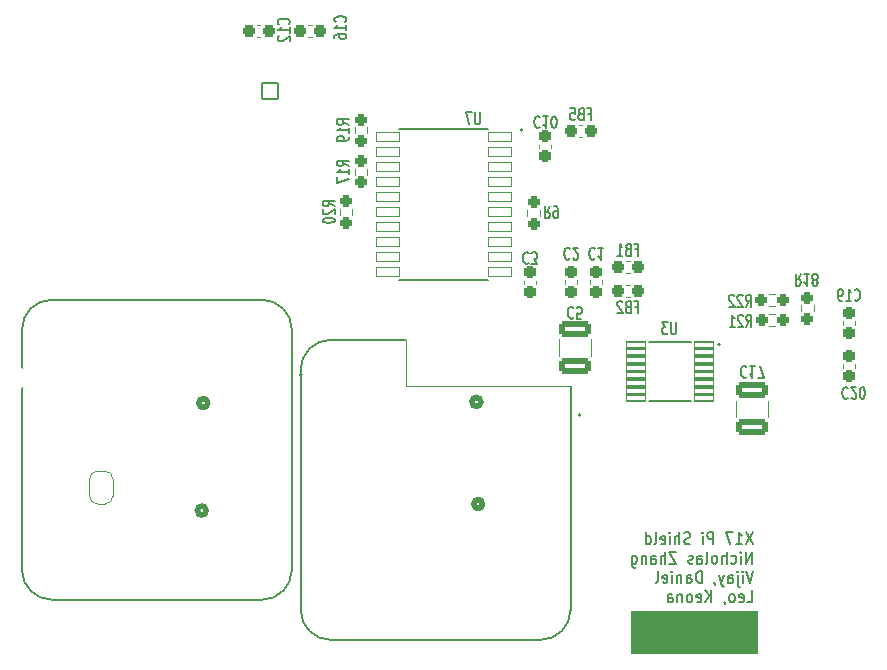
<source format=gbo>
%TF.GenerationSoftware,KiCad,Pcbnew,8.0.4*%
%TF.CreationDate,2025-01-10T13:29:25-08:00*%
%TF.ProjectId,X17_Pi_Shield,5831375f-5069-45f5-9368-69656c642e6b,rev?*%
%TF.SameCoordinates,Original*%
%TF.FileFunction,Legend,Bot*%
%TF.FilePolarity,Positive*%
%FSLAX46Y46*%
G04 Gerber Fmt 4.6, Leading zero omitted, Abs format (unit mm)*
G04 Created by KiCad (PCBNEW 8.0.4) date 2025-01-10 13:29:25*
%MOMM*%
%LPD*%
G01*
G04 APERTURE LIST*
G04 Aperture macros list*
%AMRoundRect*
0 Rectangle with rounded corners*
0 $1 Rounding radius*
0 $2 $3 $4 $5 $6 $7 $8 $9 X,Y pos of 4 corners*
0 Add a 4 corners polygon primitive as box body*
4,1,4,$2,$3,$4,$5,$6,$7,$8,$9,$2,$3,0*
0 Add four circle primitives for the rounded corners*
1,1,$1+$1,$2,$3*
1,1,$1+$1,$4,$5*
1,1,$1+$1,$6,$7*
1,1,$1+$1,$8,$9*
0 Add four rect primitives between the rounded corners*
20,1,$1+$1,$2,$3,$4,$5,0*
20,1,$1+$1,$4,$5,$6,$7,0*
20,1,$1+$1,$6,$7,$8,$9,0*
20,1,$1+$1,$8,$9,$2,$3,0*%
%AMFreePoly0*
4,1,19,0.500000,-0.750000,0.000000,-0.750000,0.000000,-0.744911,-0.071157,-0.744911,-0.207708,-0.704816,-0.327430,-0.627875,-0.420627,-0.520320,-0.479746,-0.390866,-0.500000,-0.250000,-0.500000,0.250000,-0.479746,0.390866,-0.420627,0.520320,-0.327430,0.627875,-0.207708,0.704816,-0.071157,0.744911,0.000000,0.744911,0.000000,0.750000,0.500000,0.750000,0.500000,-0.750000,0.500000,-0.750000,
$1*%
%AMFreePoly1*
4,1,19,0.000000,0.744911,0.071157,0.744911,0.207708,0.704816,0.327430,0.627875,0.420627,0.520320,0.479746,0.390866,0.500000,0.250000,0.500000,-0.250000,0.479746,-0.390866,0.420627,-0.520320,0.327430,-0.627875,0.207708,-0.704816,0.071157,-0.744911,0.000000,-0.744911,0.000000,-0.750000,-0.500000,-0.750000,-0.500000,0.750000,0.000000,0.750000,0.000000,0.744911,0.000000,0.744911,
$1*%
G04 Aperture macros list end*
%ADD10C,0.100000*%
%ADD11C,0.153162*%
%ADD12C,0.508000*%
%ADD13C,0.120000*%
%ADD14C,0.127000*%
%ADD15C,0.200000*%
%ADD16R,1.700000X1.700000*%
%ADD17O,1.700000X1.700000*%
%ADD18C,1.020000*%
%ADD19R,1.520000X1.520000*%
%ADD20C,1.520000*%
%ADD21O,2.404000X1.204000*%
%ADD22O,2.004000X1.204000*%
%ADD23RoundRect,0.102000X-0.685000X-0.685000X0.685000X-0.685000X0.685000X0.685000X-0.685000X0.685000X0*%
%ADD24C,1.574000*%
%ADD25C,2.700000*%
%ADD26RoundRect,0.237500X0.250000X0.237500X-0.250000X0.237500X-0.250000X-0.237500X0.250000X-0.237500X0*%
%ADD27RoundRect,0.237500X0.300000X0.237500X-0.300000X0.237500X-0.300000X-0.237500X0.300000X-0.237500X0*%
%ADD28RoundRect,0.237500X-0.250000X-0.237500X0.250000X-0.237500X0.250000X0.237500X-0.250000X0.237500X0*%
%ADD29RoundRect,0.250000X-1.100000X0.412500X-1.100000X-0.412500X1.100000X-0.412500X1.100000X0.412500X0*%
%ADD30C,1.982000*%
%ADD31RoundRect,0.237500X0.237500X-0.250000X0.237500X0.250000X-0.237500X0.250000X-0.237500X-0.250000X0*%
%ADD32RoundRect,0.237500X-0.237500X0.250000X-0.237500X-0.250000X0.237500X-0.250000X0.237500X0.250000X0*%
%ADD33RoundRect,0.076750X0.810250X0.230250X-0.810250X0.230250X-0.810250X-0.230250X0.810250X-0.230250X0*%
%ADD34RoundRect,0.237500X-0.237500X0.300000X-0.237500X-0.300000X0.237500X-0.300000X0.237500X0.300000X0*%
%ADD35FreePoly0,270.000000*%
%ADD36FreePoly1,270.000000*%
%ADD37RoundRect,0.237500X-0.300000X-0.237500X0.300000X-0.237500X0.300000X0.237500X-0.300000X0.237500X0*%
%ADD38RoundRect,0.237500X0.237500X-0.300000X0.237500X0.300000X-0.237500X0.300000X-0.237500X-0.300000X0*%
%ADD39RoundRect,0.032160X1.004840X0.369840X-1.004840X0.369840X-1.004840X-0.369840X1.004840X-0.369840X0*%
G04 APERTURE END LIST*
D10*
X168750000Y-129100000D02*
X179450000Y-129100000D01*
X179450000Y-132700000D01*
X168750000Y-132700000D01*
X168750000Y-129100000D01*
G36*
X168750000Y-129100000D02*
G01*
X179450000Y-129100000D01*
X179450000Y-132700000D01*
X168750000Y-132700000D01*
X168750000Y-129100000D01*
G37*
D11*
X179070664Y-122444586D02*
X178470664Y-123460586D01*
X178470664Y-122444586D02*
X179070664Y-123460586D01*
X177656378Y-123460586D02*
X178170664Y-123460586D01*
X177913521Y-123460586D02*
X177913521Y-122444586D01*
X177913521Y-122444586D02*
X177999235Y-122589729D01*
X177999235Y-122589729D02*
X178084950Y-122686491D01*
X178084950Y-122686491D02*
X178170664Y-122734872D01*
X177356378Y-122444586D02*
X176756378Y-122444586D01*
X176756378Y-122444586D02*
X177142092Y-123460586D01*
X175727807Y-123460586D02*
X175727807Y-122444586D01*
X175727807Y-122444586D02*
X175384950Y-122444586D01*
X175384950Y-122444586D02*
X175299235Y-122492967D01*
X175299235Y-122492967D02*
X175256378Y-122541348D01*
X175256378Y-122541348D02*
X175213521Y-122638110D01*
X175213521Y-122638110D02*
X175213521Y-122783253D01*
X175213521Y-122783253D02*
X175256378Y-122880015D01*
X175256378Y-122880015D02*
X175299235Y-122928396D01*
X175299235Y-122928396D02*
X175384950Y-122976777D01*
X175384950Y-122976777D02*
X175727807Y-122976777D01*
X174827807Y-123460586D02*
X174827807Y-122783253D01*
X174827807Y-122444586D02*
X174870664Y-122492967D01*
X174870664Y-122492967D02*
X174827807Y-122541348D01*
X174827807Y-122541348D02*
X174784950Y-122492967D01*
X174784950Y-122492967D02*
X174827807Y-122444586D01*
X174827807Y-122444586D02*
X174827807Y-122541348D01*
X173756379Y-123412206D02*
X173627808Y-123460586D01*
X173627808Y-123460586D02*
X173413522Y-123460586D01*
X173413522Y-123460586D02*
X173327808Y-123412206D01*
X173327808Y-123412206D02*
X173284950Y-123363825D01*
X173284950Y-123363825D02*
X173242093Y-123267063D01*
X173242093Y-123267063D02*
X173242093Y-123170301D01*
X173242093Y-123170301D02*
X173284950Y-123073539D01*
X173284950Y-123073539D02*
X173327808Y-123025158D01*
X173327808Y-123025158D02*
X173413522Y-122976777D01*
X173413522Y-122976777D02*
X173584950Y-122928396D01*
X173584950Y-122928396D02*
X173670665Y-122880015D01*
X173670665Y-122880015D02*
X173713522Y-122831634D01*
X173713522Y-122831634D02*
X173756379Y-122734872D01*
X173756379Y-122734872D02*
X173756379Y-122638110D01*
X173756379Y-122638110D02*
X173713522Y-122541348D01*
X173713522Y-122541348D02*
X173670665Y-122492967D01*
X173670665Y-122492967D02*
X173584950Y-122444586D01*
X173584950Y-122444586D02*
X173370665Y-122444586D01*
X173370665Y-122444586D02*
X173242093Y-122492967D01*
X172856379Y-123460586D02*
X172856379Y-122444586D01*
X172470665Y-123460586D02*
X172470665Y-122928396D01*
X172470665Y-122928396D02*
X172513522Y-122831634D01*
X172513522Y-122831634D02*
X172599236Y-122783253D01*
X172599236Y-122783253D02*
X172727807Y-122783253D01*
X172727807Y-122783253D02*
X172813522Y-122831634D01*
X172813522Y-122831634D02*
X172856379Y-122880015D01*
X172042093Y-123460586D02*
X172042093Y-122783253D01*
X172042093Y-122444586D02*
X172084950Y-122492967D01*
X172084950Y-122492967D02*
X172042093Y-122541348D01*
X172042093Y-122541348D02*
X171999236Y-122492967D01*
X171999236Y-122492967D02*
X172042093Y-122444586D01*
X172042093Y-122444586D02*
X172042093Y-122541348D01*
X171270665Y-123412206D02*
X171356379Y-123460586D01*
X171356379Y-123460586D02*
X171527808Y-123460586D01*
X171527808Y-123460586D02*
X171613522Y-123412206D01*
X171613522Y-123412206D02*
X171656379Y-123315444D01*
X171656379Y-123315444D02*
X171656379Y-122928396D01*
X171656379Y-122928396D02*
X171613522Y-122831634D01*
X171613522Y-122831634D02*
X171527808Y-122783253D01*
X171527808Y-122783253D02*
X171356379Y-122783253D01*
X171356379Y-122783253D02*
X171270665Y-122831634D01*
X171270665Y-122831634D02*
X171227808Y-122928396D01*
X171227808Y-122928396D02*
X171227808Y-123025158D01*
X171227808Y-123025158D02*
X171656379Y-123121920D01*
X170713521Y-123460586D02*
X170799236Y-123412206D01*
X170799236Y-123412206D02*
X170842093Y-123315444D01*
X170842093Y-123315444D02*
X170842093Y-122444586D01*
X169984950Y-123460586D02*
X169984950Y-122444586D01*
X169984950Y-123412206D02*
X170070664Y-123460586D01*
X170070664Y-123460586D02*
X170242092Y-123460586D01*
X170242092Y-123460586D02*
X170327807Y-123412206D01*
X170327807Y-123412206D02*
X170370664Y-123363825D01*
X170370664Y-123363825D02*
X170413521Y-123267063D01*
X170413521Y-123267063D02*
X170413521Y-122976777D01*
X170413521Y-122976777D02*
X170370664Y-122880015D01*
X170370664Y-122880015D02*
X170327807Y-122831634D01*
X170327807Y-122831634D02*
X170242092Y-122783253D01*
X170242092Y-122783253D02*
X170070664Y-122783253D01*
X170070664Y-122783253D02*
X169984950Y-122831634D01*
X178984950Y-125096289D02*
X178984950Y-124080289D01*
X178984950Y-124080289D02*
X178470664Y-125096289D01*
X178470664Y-125096289D02*
X178470664Y-124080289D01*
X178042093Y-125096289D02*
X178042093Y-124418956D01*
X178042093Y-124080289D02*
X178084950Y-124128670D01*
X178084950Y-124128670D02*
X178042093Y-124177051D01*
X178042093Y-124177051D02*
X177999236Y-124128670D01*
X177999236Y-124128670D02*
X178042093Y-124080289D01*
X178042093Y-124080289D02*
X178042093Y-124177051D01*
X177227808Y-125047909D02*
X177313522Y-125096289D01*
X177313522Y-125096289D02*
X177484950Y-125096289D01*
X177484950Y-125096289D02*
X177570665Y-125047909D01*
X177570665Y-125047909D02*
X177613522Y-124999528D01*
X177613522Y-124999528D02*
X177656379Y-124902766D01*
X177656379Y-124902766D02*
X177656379Y-124612480D01*
X177656379Y-124612480D02*
X177613522Y-124515718D01*
X177613522Y-124515718D02*
X177570665Y-124467337D01*
X177570665Y-124467337D02*
X177484950Y-124418956D01*
X177484950Y-124418956D02*
X177313522Y-124418956D01*
X177313522Y-124418956D02*
X177227808Y-124467337D01*
X176842093Y-125096289D02*
X176842093Y-124080289D01*
X176456379Y-125096289D02*
X176456379Y-124564099D01*
X176456379Y-124564099D02*
X176499236Y-124467337D01*
X176499236Y-124467337D02*
X176584950Y-124418956D01*
X176584950Y-124418956D02*
X176713521Y-124418956D01*
X176713521Y-124418956D02*
X176799236Y-124467337D01*
X176799236Y-124467337D02*
X176842093Y-124515718D01*
X175899235Y-125096289D02*
X175984950Y-125047909D01*
X175984950Y-125047909D02*
X176027807Y-124999528D01*
X176027807Y-124999528D02*
X176070664Y-124902766D01*
X176070664Y-124902766D02*
X176070664Y-124612480D01*
X176070664Y-124612480D02*
X176027807Y-124515718D01*
X176027807Y-124515718D02*
X175984950Y-124467337D01*
X175984950Y-124467337D02*
X175899235Y-124418956D01*
X175899235Y-124418956D02*
X175770664Y-124418956D01*
X175770664Y-124418956D02*
X175684950Y-124467337D01*
X175684950Y-124467337D02*
X175642093Y-124515718D01*
X175642093Y-124515718D02*
X175599235Y-124612480D01*
X175599235Y-124612480D02*
X175599235Y-124902766D01*
X175599235Y-124902766D02*
X175642093Y-124999528D01*
X175642093Y-124999528D02*
X175684950Y-125047909D01*
X175684950Y-125047909D02*
X175770664Y-125096289D01*
X175770664Y-125096289D02*
X175899235Y-125096289D01*
X175084949Y-125096289D02*
X175170664Y-125047909D01*
X175170664Y-125047909D02*
X175213521Y-124951147D01*
X175213521Y-124951147D02*
X175213521Y-124080289D01*
X174356378Y-125096289D02*
X174356378Y-124564099D01*
X174356378Y-124564099D02*
X174399235Y-124467337D01*
X174399235Y-124467337D02*
X174484949Y-124418956D01*
X174484949Y-124418956D02*
X174656378Y-124418956D01*
X174656378Y-124418956D02*
X174742092Y-124467337D01*
X174356378Y-125047909D02*
X174442092Y-125096289D01*
X174442092Y-125096289D02*
X174656378Y-125096289D01*
X174656378Y-125096289D02*
X174742092Y-125047909D01*
X174742092Y-125047909D02*
X174784949Y-124951147D01*
X174784949Y-124951147D02*
X174784949Y-124854385D01*
X174784949Y-124854385D02*
X174742092Y-124757623D01*
X174742092Y-124757623D02*
X174656378Y-124709242D01*
X174656378Y-124709242D02*
X174442092Y-124709242D01*
X174442092Y-124709242D02*
X174356378Y-124660861D01*
X173970663Y-125047909D02*
X173884949Y-125096289D01*
X173884949Y-125096289D02*
X173713520Y-125096289D01*
X173713520Y-125096289D02*
X173627806Y-125047909D01*
X173627806Y-125047909D02*
X173584949Y-124951147D01*
X173584949Y-124951147D02*
X173584949Y-124902766D01*
X173584949Y-124902766D02*
X173627806Y-124806004D01*
X173627806Y-124806004D02*
X173713520Y-124757623D01*
X173713520Y-124757623D02*
X173842092Y-124757623D01*
X173842092Y-124757623D02*
X173927806Y-124709242D01*
X173927806Y-124709242D02*
X173970663Y-124612480D01*
X173970663Y-124612480D02*
X173970663Y-124564099D01*
X173970663Y-124564099D02*
X173927806Y-124467337D01*
X173927806Y-124467337D02*
X173842092Y-124418956D01*
X173842092Y-124418956D02*
X173713520Y-124418956D01*
X173713520Y-124418956D02*
X173627806Y-124467337D01*
X172599235Y-124080289D02*
X171999235Y-124080289D01*
X171999235Y-124080289D02*
X172599235Y-125096289D01*
X172599235Y-125096289D02*
X171999235Y-125096289D01*
X171656378Y-125096289D02*
X171656378Y-124080289D01*
X171270664Y-125096289D02*
X171270664Y-124564099D01*
X171270664Y-124564099D02*
X171313521Y-124467337D01*
X171313521Y-124467337D02*
X171399235Y-124418956D01*
X171399235Y-124418956D02*
X171527806Y-124418956D01*
X171527806Y-124418956D02*
X171613521Y-124467337D01*
X171613521Y-124467337D02*
X171656378Y-124515718D01*
X170456378Y-125096289D02*
X170456378Y-124564099D01*
X170456378Y-124564099D02*
X170499235Y-124467337D01*
X170499235Y-124467337D02*
X170584949Y-124418956D01*
X170584949Y-124418956D02*
X170756378Y-124418956D01*
X170756378Y-124418956D02*
X170842092Y-124467337D01*
X170456378Y-125047909D02*
X170542092Y-125096289D01*
X170542092Y-125096289D02*
X170756378Y-125096289D01*
X170756378Y-125096289D02*
X170842092Y-125047909D01*
X170842092Y-125047909D02*
X170884949Y-124951147D01*
X170884949Y-124951147D02*
X170884949Y-124854385D01*
X170884949Y-124854385D02*
X170842092Y-124757623D01*
X170842092Y-124757623D02*
X170756378Y-124709242D01*
X170756378Y-124709242D02*
X170542092Y-124709242D01*
X170542092Y-124709242D02*
X170456378Y-124660861D01*
X170027806Y-124418956D02*
X170027806Y-125096289D01*
X170027806Y-124515718D02*
X169984949Y-124467337D01*
X169984949Y-124467337D02*
X169899234Y-124418956D01*
X169899234Y-124418956D02*
X169770663Y-124418956D01*
X169770663Y-124418956D02*
X169684949Y-124467337D01*
X169684949Y-124467337D02*
X169642092Y-124564099D01*
X169642092Y-124564099D02*
X169642092Y-125096289D01*
X168827806Y-124418956D02*
X168827806Y-125241432D01*
X168827806Y-125241432D02*
X168870663Y-125338194D01*
X168870663Y-125338194D02*
X168913520Y-125386575D01*
X168913520Y-125386575D02*
X168999234Y-125434956D01*
X168999234Y-125434956D02*
X169127806Y-125434956D01*
X169127806Y-125434956D02*
X169213520Y-125386575D01*
X168827806Y-125047909D02*
X168913520Y-125096289D01*
X168913520Y-125096289D02*
X169084948Y-125096289D01*
X169084948Y-125096289D02*
X169170663Y-125047909D01*
X169170663Y-125047909D02*
X169213520Y-124999528D01*
X169213520Y-124999528D02*
X169256377Y-124902766D01*
X169256377Y-124902766D02*
X169256377Y-124612480D01*
X169256377Y-124612480D02*
X169213520Y-124515718D01*
X169213520Y-124515718D02*
X169170663Y-124467337D01*
X169170663Y-124467337D02*
X169084948Y-124418956D01*
X169084948Y-124418956D02*
X168913520Y-124418956D01*
X168913520Y-124418956D02*
X168827806Y-124467337D01*
X179113521Y-125715992D02*
X178813521Y-126731992D01*
X178813521Y-126731992D02*
X178513521Y-125715992D01*
X178213521Y-126731992D02*
X178213521Y-126054659D01*
X178213521Y-125715992D02*
X178256378Y-125764373D01*
X178256378Y-125764373D02*
X178213521Y-125812754D01*
X178213521Y-125812754D02*
X178170664Y-125764373D01*
X178170664Y-125764373D02*
X178213521Y-125715992D01*
X178213521Y-125715992D02*
X178213521Y-125812754D01*
X177784950Y-126054659D02*
X177784950Y-126925516D01*
X177784950Y-126925516D02*
X177827807Y-127022278D01*
X177827807Y-127022278D02*
X177913521Y-127070659D01*
X177913521Y-127070659D02*
X177956378Y-127070659D01*
X177784950Y-125715992D02*
X177827807Y-125764373D01*
X177827807Y-125764373D02*
X177784950Y-125812754D01*
X177784950Y-125812754D02*
X177742093Y-125764373D01*
X177742093Y-125764373D02*
X177784950Y-125715992D01*
X177784950Y-125715992D02*
X177784950Y-125812754D01*
X176970665Y-126731992D02*
X176970665Y-126199802D01*
X176970665Y-126199802D02*
X177013522Y-126103040D01*
X177013522Y-126103040D02*
X177099236Y-126054659D01*
X177099236Y-126054659D02*
X177270665Y-126054659D01*
X177270665Y-126054659D02*
X177356379Y-126103040D01*
X176970665Y-126683612D02*
X177056379Y-126731992D01*
X177056379Y-126731992D02*
X177270665Y-126731992D01*
X177270665Y-126731992D02*
X177356379Y-126683612D01*
X177356379Y-126683612D02*
X177399236Y-126586850D01*
X177399236Y-126586850D02*
X177399236Y-126490088D01*
X177399236Y-126490088D02*
X177356379Y-126393326D01*
X177356379Y-126393326D02*
X177270665Y-126344945D01*
X177270665Y-126344945D02*
X177056379Y-126344945D01*
X177056379Y-126344945D02*
X176970665Y-126296564D01*
X176627807Y-126054659D02*
X176413521Y-126731992D01*
X176199236Y-126054659D02*
X176413521Y-126731992D01*
X176413521Y-126731992D02*
X176499236Y-126973897D01*
X176499236Y-126973897D02*
X176542093Y-127022278D01*
X176542093Y-127022278D02*
X176627807Y-127070659D01*
X175813522Y-126683612D02*
X175813522Y-126731992D01*
X175813522Y-126731992D02*
X175856379Y-126828754D01*
X175856379Y-126828754D02*
X175899236Y-126877135D01*
X174742094Y-126731992D02*
X174742094Y-125715992D01*
X174742094Y-125715992D02*
X174527808Y-125715992D01*
X174527808Y-125715992D02*
X174399237Y-125764373D01*
X174399237Y-125764373D02*
X174313522Y-125861135D01*
X174313522Y-125861135D02*
X174270665Y-125957897D01*
X174270665Y-125957897D02*
X174227808Y-126151421D01*
X174227808Y-126151421D02*
X174227808Y-126296564D01*
X174227808Y-126296564D02*
X174270665Y-126490088D01*
X174270665Y-126490088D02*
X174313522Y-126586850D01*
X174313522Y-126586850D02*
X174399237Y-126683612D01*
X174399237Y-126683612D02*
X174527808Y-126731992D01*
X174527808Y-126731992D02*
X174742094Y-126731992D01*
X173456380Y-126731992D02*
X173456380Y-126199802D01*
X173456380Y-126199802D02*
X173499237Y-126103040D01*
X173499237Y-126103040D02*
X173584951Y-126054659D01*
X173584951Y-126054659D02*
X173756380Y-126054659D01*
X173756380Y-126054659D02*
X173842094Y-126103040D01*
X173456380Y-126683612D02*
X173542094Y-126731992D01*
X173542094Y-126731992D02*
X173756380Y-126731992D01*
X173756380Y-126731992D02*
X173842094Y-126683612D01*
X173842094Y-126683612D02*
X173884951Y-126586850D01*
X173884951Y-126586850D02*
X173884951Y-126490088D01*
X173884951Y-126490088D02*
X173842094Y-126393326D01*
X173842094Y-126393326D02*
X173756380Y-126344945D01*
X173756380Y-126344945D02*
X173542094Y-126344945D01*
X173542094Y-126344945D02*
X173456380Y-126296564D01*
X173027808Y-126054659D02*
X173027808Y-126731992D01*
X173027808Y-126151421D02*
X172984951Y-126103040D01*
X172984951Y-126103040D02*
X172899236Y-126054659D01*
X172899236Y-126054659D02*
X172770665Y-126054659D01*
X172770665Y-126054659D02*
X172684951Y-126103040D01*
X172684951Y-126103040D02*
X172642094Y-126199802D01*
X172642094Y-126199802D02*
X172642094Y-126731992D01*
X172213522Y-126731992D02*
X172213522Y-126054659D01*
X172213522Y-125715992D02*
X172256379Y-125764373D01*
X172256379Y-125764373D02*
X172213522Y-125812754D01*
X172213522Y-125812754D02*
X172170665Y-125764373D01*
X172170665Y-125764373D02*
X172213522Y-125715992D01*
X172213522Y-125715992D02*
X172213522Y-125812754D01*
X171442094Y-126683612D02*
X171527808Y-126731992D01*
X171527808Y-126731992D02*
X171699237Y-126731992D01*
X171699237Y-126731992D02*
X171784951Y-126683612D01*
X171784951Y-126683612D02*
X171827808Y-126586850D01*
X171827808Y-126586850D02*
X171827808Y-126199802D01*
X171827808Y-126199802D02*
X171784951Y-126103040D01*
X171784951Y-126103040D02*
X171699237Y-126054659D01*
X171699237Y-126054659D02*
X171527808Y-126054659D01*
X171527808Y-126054659D02*
X171442094Y-126103040D01*
X171442094Y-126103040D02*
X171399237Y-126199802D01*
X171399237Y-126199802D02*
X171399237Y-126296564D01*
X171399237Y-126296564D02*
X171827808Y-126393326D01*
X170884950Y-126731992D02*
X170970665Y-126683612D01*
X170970665Y-126683612D02*
X171013522Y-126586850D01*
X171013522Y-126586850D02*
X171013522Y-125715992D01*
X178556378Y-128367695D02*
X178984950Y-128367695D01*
X178984950Y-128367695D02*
X178984950Y-127351695D01*
X177913522Y-128319315D02*
X177999236Y-128367695D01*
X177999236Y-128367695D02*
X178170665Y-128367695D01*
X178170665Y-128367695D02*
X178256379Y-128319315D01*
X178256379Y-128319315D02*
X178299236Y-128222553D01*
X178299236Y-128222553D02*
X178299236Y-127835505D01*
X178299236Y-127835505D02*
X178256379Y-127738743D01*
X178256379Y-127738743D02*
X178170665Y-127690362D01*
X178170665Y-127690362D02*
X177999236Y-127690362D01*
X177999236Y-127690362D02*
X177913522Y-127738743D01*
X177913522Y-127738743D02*
X177870665Y-127835505D01*
X177870665Y-127835505D02*
X177870665Y-127932267D01*
X177870665Y-127932267D02*
X178299236Y-128029029D01*
X177356378Y-128367695D02*
X177442093Y-128319315D01*
X177442093Y-128319315D02*
X177484950Y-128270934D01*
X177484950Y-128270934D02*
X177527807Y-128174172D01*
X177527807Y-128174172D02*
X177527807Y-127883886D01*
X177527807Y-127883886D02*
X177484950Y-127787124D01*
X177484950Y-127787124D02*
X177442093Y-127738743D01*
X177442093Y-127738743D02*
X177356378Y-127690362D01*
X177356378Y-127690362D02*
X177227807Y-127690362D01*
X177227807Y-127690362D02*
X177142093Y-127738743D01*
X177142093Y-127738743D02*
X177099236Y-127787124D01*
X177099236Y-127787124D02*
X177056378Y-127883886D01*
X177056378Y-127883886D02*
X177056378Y-128174172D01*
X177056378Y-128174172D02*
X177099236Y-128270934D01*
X177099236Y-128270934D02*
X177142093Y-128319315D01*
X177142093Y-128319315D02*
X177227807Y-128367695D01*
X177227807Y-128367695D02*
X177356378Y-128367695D01*
X176627807Y-128319315D02*
X176627807Y-128367695D01*
X176627807Y-128367695D02*
X176670664Y-128464457D01*
X176670664Y-128464457D02*
X176713521Y-128512838D01*
X175556379Y-128367695D02*
X175556379Y-127351695D01*
X175042093Y-128367695D02*
X175427807Y-127787124D01*
X175042093Y-127351695D02*
X175556379Y-127932267D01*
X174313522Y-128319315D02*
X174399236Y-128367695D01*
X174399236Y-128367695D02*
X174570665Y-128367695D01*
X174570665Y-128367695D02*
X174656379Y-128319315D01*
X174656379Y-128319315D02*
X174699236Y-128222553D01*
X174699236Y-128222553D02*
X174699236Y-127835505D01*
X174699236Y-127835505D02*
X174656379Y-127738743D01*
X174656379Y-127738743D02*
X174570665Y-127690362D01*
X174570665Y-127690362D02*
X174399236Y-127690362D01*
X174399236Y-127690362D02*
X174313522Y-127738743D01*
X174313522Y-127738743D02*
X174270665Y-127835505D01*
X174270665Y-127835505D02*
X174270665Y-127932267D01*
X174270665Y-127932267D02*
X174699236Y-128029029D01*
X173756378Y-128367695D02*
X173842093Y-128319315D01*
X173842093Y-128319315D02*
X173884950Y-128270934D01*
X173884950Y-128270934D02*
X173927807Y-128174172D01*
X173927807Y-128174172D02*
X173927807Y-127883886D01*
X173927807Y-127883886D02*
X173884950Y-127787124D01*
X173884950Y-127787124D02*
X173842093Y-127738743D01*
X173842093Y-127738743D02*
X173756378Y-127690362D01*
X173756378Y-127690362D02*
X173627807Y-127690362D01*
X173627807Y-127690362D02*
X173542093Y-127738743D01*
X173542093Y-127738743D02*
X173499236Y-127787124D01*
X173499236Y-127787124D02*
X173456378Y-127883886D01*
X173456378Y-127883886D02*
X173456378Y-128174172D01*
X173456378Y-128174172D02*
X173499236Y-128270934D01*
X173499236Y-128270934D02*
X173542093Y-128319315D01*
X173542093Y-128319315D02*
X173627807Y-128367695D01*
X173627807Y-128367695D02*
X173756378Y-128367695D01*
X173070664Y-127690362D02*
X173070664Y-128367695D01*
X173070664Y-127787124D02*
X173027807Y-127738743D01*
X173027807Y-127738743D02*
X172942092Y-127690362D01*
X172942092Y-127690362D02*
X172813521Y-127690362D01*
X172813521Y-127690362D02*
X172727807Y-127738743D01*
X172727807Y-127738743D02*
X172684950Y-127835505D01*
X172684950Y-127835505D02*
X172684950Y-128367695D01*
X171870664Y-128367695D02*
X171870664Y-127835505D01*
X171870664Y-127835505D02*
X171913521Y-127738743D01*
X171913521Y-127738743D02*
X171999235Y-127690362D01*
X171999235Y-127690362D02*
X172170664Y-127690362D01*
X172170664Y-127690362D02*
X172256378Y-127738743D01*
X171870664Y-128319315D02*
X171956378Y-128367695D01*
X171956378Y-128367695D02*
X172170664Y-128367695D01*
X172170664Y-128367695D02*
X172256378Y-128319315D01*
X172256378Y-128319315D02*
X172299235Y-128222553D01*
X172299235Y-128222553D02*
X172299235Y-128125791D01*
X172299235Y-128125791D02*
X172256378Y-128029029D01*
X172256378Y-128029029D02*
X172170664Y-127980648D01*
X172170664Y-127980648D02*
X171956378Y-127980648D01*
X171956378Y-127980648D02*
X171870664Y-127932267D01*
X178482143Y-103362055D02*
X178732143Y-102878246D01*
X178910714Y-103362055D02*
X178910714Y-102346055D01*
X178910714Y-102346055D02*
X178625000Y-102346055D01*
X178625000Y-102346055D02*
X178553571Y-102394436D01*
X178553571Y-102394436D02*
X178517857Y-102442817D01*
X178517857Y-102442817D02*
X178482143Y-102539579D01*
X178482143Y-102539579D02*
X178482143Y-102684722D01*
X178482143Y-102684722D02*
X178517857Y-102781484D01*
X178517857Y-102781484D02*
X178553571Y-102829865D01*
X178553571Y-102829865D02*
X178625000Y-102878246D01*
X178625000Y-102878246D02*
X178910714Y-102878246D01*
X178196428Y-102442817D02*
X178160714Y-102394436D01*
X178160714Y-102394436D02*
X178089286Y-102346055D01*
X178089286Y-102346055D02*
X177910714Y-102346055D01*
X177910714Y-102346055D02*
X177839286Y-102394436D01*
X177839286Y-102394436D02*
X177803571Y-102442817D01*
X177803571Y-102442817D02*
X177767857Y-102539579D01*
X177767857Y-102539579D02*
X177767857Y-102636341D01*
X177767857Y-102636341D02*
X177803571Y-102781484D01*
X177803571Y-102781484D02*
X178232143Y-103362055D01*
X178232143Y-103362055D02*
X177767857Y-103362055D01*
X177482142Y-102442817D02*
X177446428Y-102394436D01*
X177446428Y-102394436D02*
X177375000Y-102346055D01*
X177375000Y-102346055D02*
X177196428Y-102346055D01*
X177196428Y-102346055D02*
X177125000Y-102394436D01*
X177125000Y-102394436D02*
X177089285Y-102442817D01*
X177089285Y-102442817D02*
X177053571Y-102539579D01*
X177053571Y-102539579D02*
X177053571Y-102636341D01*
X177053571Y-102636341D02*
X177089285Y-102781484D01*
X177089285Y-102781484D02*
X177517857Y-103362055D01*
X177517857Y-103362055D02*
X177053571Y-103362055D01*
X144565294Y-79217856D02*
X144613675Y-79182142D01*
X144613675Y-79182142D02*
X144662055Y-79074999D01*
X144662055Y-79074999D02*
X144662055Y-79003571D01*
X144662055Y-79003571D02*
X144613675Y-78896428D01*
X144613675Y-78896428D02*
X144516913Y-78824999D01*
X144516913Y-78824999D02*
X144420151Y-78789285D01*
X144420151Y-78789285D02*
X144226627Y-78753571D01*
X144226627Y-78753571D02*
X144081484Y-78753571D01*
X144081484Y-78753571D02*
X143887960Y-78789285D01*
X143887960Y-78789285D02*
X143791198Y-78824999D01*
X143791198Y-78824999D02*
X143694436Y-78896428D01*
X143694436Y-78896428D02*
X143646055Y-79003571D01*
X143646055Y-79003571D02*
X143646055Y-79074999D01*
X143646055Y-79074999D02*
X143694436Y-79182142D01*
X143694436Y-79182142D02*
X143742817Y-79217856D01*
X144662055Y-79932142D02*
X144662055Y-79503571D01*
X144662055Y-79717856D02*
X143646055Y-79717856D01*
X143646055Y-79717856D02*
X143791198Y-79646428D01*
X143791198Y-79646428D02*
X143887960Y-79574999D01*
X143887960Y-79574999D02*
X143936341Y-79503571D01*
X143646055Y-80575000D02*
X143646055Y-80432142D01*
X143646055Y-80432142D02*
X143694436Y-80360714D01*
X143694436Y-80360714D02*
X143742817Y-80325000D01*
X143742817Y-80325000D02*
X143887960Y-80253571D01*
X143887960Y-80253571D02*
X144081484Y-80217857D01*
X144081484Y-80217857D02*
X144468532Y-80217857D01*
X144468532Y-80217857D02*
X144565294Y-80253571D01*
X144565294Y-80253571D02*
X144613675Y-80289285D01*
X144613675Y-80289285D02*
X144662055Y-80360714D01*
X144662055Y-80360714D02*
X144662055Y-80503571D01*
X144662055Y-80503571D02*
X144613675Y-80575000D01*
X144613675Y-80575000D02*
X144565294Y-80610714D01*
X144565294Y-80610714D02*
X144468532Y-80646428D01*
X144468532Y-80646428D02*
X144226627Y-80646428D01*
X144226627Y-80646428D02*
X144129865Y-80610714D01*
X144129865Y-80610714D02*
X144081484Y-80575000D01*
X144081484Y-80575000D02*
X144033103Y-80503571D01*
X144033103Y-80503571D02*
X144033103Y-80360714D01*
X144033103Y-80360714D02*
X144081484Y-80289285D01*
X144081484Y-80289285D02*
X144129865Y-80253571D01*
X144129865Y-80253571D02*
X144226627Y-80217857D01*
X178522143Y-105043805D02*
X178772143Y-104559996D01*
X178950714Y-105043805D02*
X178950714Y-104027805D01*
X178950714Y-104027805D02*
X178665000Y-104027805D01*
X178665000Y-104027805D02*
X178593571Y-104076186D01*
X178593571Y-104076186D02*
X178557857Y-104124567D01*
X178557857Y-104124567D02*
X178522143Y-104221329D01*
X178522143Y-104221329D02*
X178522143Y-104366472D01*
X178522143Y-104366472D02*
X178557857Y-104463234D01*
X178557857Y-104463234D02*
X178593571Y-104511615D01*
X178593571Y-104511615D02*
X178665000Y-104559996D01*
X178665000Y-104559996D02*
X178950714Y-104559996D01*
X178236428Y-104124567D02*
X178200714Y-104076186D01*
X178200714Y-104076186D02*
X178129286Y-104027805D01*
X178129286Y-104027805D02*
X177950714Y-104027805D01*
X177950714Y-104027805D02*
X177879286Y-104076186D01*
X177879286Y-104076186D02*
X177843571Y-104124567D01*
X177843571Y-104124567D02*
X177807857Y-104221329D01*
X177807857Y-104221329D02*
X177807857Y-104318091D01*
X177807857Y-104318091D02*
X177843571Y-104463234D01*
X177843571Y-104463234D02*
X178272143Y-105043805D01*
X178272143Y-105043805D02*
X177807857Y-105043805D01*
X177093571Y-105043805D02*
X177522142Y-105043805D01*
X177307857Y-105043805D02*
X177307857Y-104027805D01*
X177307857Y-104027805D02*
X177379285Y-104172948D01*
X177379285Y-104172948D02*
X177450714Y-104269710D01*
X177450714Y-104269710D02*
X177522142Y-104318091D01*
X169124999Y-98499865D02*
X169374999Y-98499865D01*
X169374999Y-99032055D02*
X169374999Y-98016055D01*
X169374999Y-98016055D02*
X169017856Y-98016055D01*
X168482142Y-98499865D02*
X168374999Y-98548246D01*
X168374999Y-98548246D02*
X168339285Y-98596627D01*
X168339285Y-98596627D02*
X168303571Y-98693389D01*
X168303571Y-98693389D02*
X168303571Y-98838532D01*
X168303571Y-98838532D02*
X168339285Y-98935294D01*
X168339285Y-98935294D02*
X168374999Y-98983675D01*
X168374999Y-98983675D02*
X168446428Y-99032055D01*
X168446428Y-99032055D02*
X168732142Y-99032055D01*
X168732142Y-99032055D02*
X168732142Y-98016055D01*
X168732142Y-98016055D02*
X168482142Y-98016055D01*
X168482142Y-98016055D02*
X168410714Y-98064436D01*
X168410714Y-98064436D02*
X168374999Y-98112817D01*
X168374999Y-98112817D02*
X168339285Y-98209579D01*
X168339285Y-98209579D02*
X168339285Y-98306341D01*
X168339285Y-98306341D02*
X168374999Y-98403103D01*
X168374999Y-98403103D02*
X168410714Y-98451484D01*
X168410714Y-98451484D02*
X168482142Y-98499865D01*
X168482142Y-98499865D02*
X168732142Y-98499865D01*
X167589285Y-99032055D02*
X168017856Y-99032055D01*
X167803571Y-99032055D02*
X167803571Y-98016055D01*
X167803571Y-98016055D02*
X167874999Y-98161198D01*
X167874999Y-98161198D02*
X167946428Y-98257960D01*
X167946428Y-98257960D02*
X168017856Y-98306341D01*
X163874999Y-103434705D02*
X163839285Y-103386325D01*
X163839285Y-103386325D02*
X163732142Y-103337944D01*
X163732142Y-103337944D02*
X163660714Y-103337944D01*
X163660714Y-103337944D02*
X163553571Y-103386325D01*
X163553571Y-103386325D02*
X163482142Y-103483086D01*
X163482142Y-103483086D02*
X163446428Y-103579848D01*
X163446428Y-103579848D02*
X163410714Y-103773372D01*
X163410714Y-103773372D02*
X163410714Y-103918515D01*
X163410714Y-103918515D02*
X163446428Y-104112039D01*
X163446428Y-104112039D02*
X163482142Y-104208801D01*
X163482142Y-104208801D02*
X163553571Y-104305563D01*
X163553571Y-104305563D02*
X163660714Y-104353944D01*
X163660714Y-104353944D02*
X163732142Y-104353944D01*
X163732142Y-104353944D02*
X163839285Y-104305563D01*
X163839285Y-104305563D02*
X163874999Y-104257182D01*
X164553571Y-104353944D02*
X164196428Y-104353944D01*
X164196428Y-104353944D02*
X164160714Y-103870134D01*
X164160714Y-103870134D02*
X164196428Y-103918515D01*
X164196428Y-103918515D02*
X164267857Y-103966896D01*
X164267857Y-103966896D02*
X164446428Y-103966896D01*
X164446428Y-103966896D02*
X164517857Y-103918515D01*
X164517857Y-103918515D02*
X164553571Y-103870134D01*
X164553571Y-103870134D02*
X164589285Y-103773372D01*
X164589285Y-103773372D02*
X164589285Y-103531467D01*
X164589285Y-103531467D02*
X164553571Y-103434705D01*
X164553571Y-103434705D02*
X164517857Y-103386325D01*
X164517857Y-103386325D02*
X164446428Y-103337944D01*
X164446428Y-103337944D02*
X164267857Y-103337944D01*
X164267857Y-103337944D02*
X164196428Y-103386325D01*
X164196428Y-103386325D02*
X164160714Y-103434705D01*
X144862055Y-87917856D02*
X144378246Y-87667856D01*
X144862055Y-87489285D02*
X143846055Y-87489285D01*
X143846055Y-87489285D02*
X143846055Y-87774999D01*
X143846055Y-87774999D02*
X143894436Y-87846428D01*
X143894436Y-87846428D02*
X143942817Y-87882142D01*
X143942817Y-87882142D02*
X144039579Y-87917856D01*
X144039579Y-87917856D02*
X144184722Y-87917856D01*
X144184722Y-87917856D02*
X144281484Y-87882142D01*
X144281484Y-87882142D02*
X144329865Y-87846428D01*
X144329865Y-87846428D02*
X144378246Y-87774999D01*
X144378246Y-87774999D02*
X144378246Y-87489285D01*
X144862055Y-88632142D02*
X144862055Y-88203571D01*
X144862055Y-88417856D02*
X143846055Y-88417856D01*
X143846055Y-88417856D02*
X143991198Y-88346428D01*
X143991198Y-88346428D02*
X144087960Y-88274999D01*
X144087960Y-88274999D02*
X144136341Y-88203571D01*
X144862055Y-88989285D02*
X144862055Y-89132142D01*
X144862055Y-89132142D02*
X144813675Y-89203571D01*
X144813675Y-89203571D02*
X144765294Y-89239285D01*
X144765294Y-89239285D02*
X144620151Y-89310714D01*
X144620151Y-89310714D02*
X144426627Y-89346428D01*
X144426627Y-89346428D02*
X144039579Y-89346428D01*
X144039579Y-89346428D02*
X143942817Y-89310714D01*
X143942817Y-89310714D02*
X143894436Y-89275000D01*
X143894436Y-89275000D02*
X143846055Y-89203571D01*
X143846055Y-89203571D02*
X143846055Y-89060714D01*
X143846055Y-89060714D02*
X143894436Y-88989285D01*
X143894436Y-88989285D02*
X143942817Y-88953571D01*
X143942817Y-88953571D02*
X144039579Y-88917857D01*
X144039579Y-88917857D02*
X144281484Y-88917857D01*
X144281484Y-88917857D02*
X144378246Y-88953571D01*
X144378246Y-88953571D02*
X144426627Y-88989285D01*
X144426627Y-88989285D02*
X144475008Y-89060714D01*
X144475008Y-89060714D02*
X144475008Y-89203571D01*
X144475008Y-89203571D02*
X144426627Y-89275000D01*
X144426627Y-89275000D02*
X144378246Y-89310714D01*
X144378246Y-89310714D02*
X144281484Y-89346428D01*
X161874999Y-94837944D02*
X161624999Y-95321753D01*
X161446428Y-94837944D02*
X161446428Y-95853944D01*
X161446428Y-95853944D02*
X161732142Y-95853944D01*
X161732142Y-95853944D02*
X161803571Y-95805563D01*
X161803571Y-95805563D02*
X161839285Y-95757182D01*
X161839285Y-95757182D02*
X161874999Y-95660420D01*
X161874999Y-95660420D02*
X161874999Y-95515277D01*
X161874999Y-95515277D02*
X161839285Y-95418515D01*
X161839285Y-95418515D02*
X161803571Y-95370134D01*
X161803571Y-95370134D02*
X161732142Y-95321753D01*
X161732142Y-95321753D02*
X161446428Y-95321753D01*
X162232142Y-94837944D02*
X162374999Y-94837944D01*
X162374999Y-94837944D02*
X162446428Y-94886325D01*
X162446428Y-94886325D02*
X162482142Y-94934705D01*
X162482142Y-94934705D02*
X162553571Y-95079848D01*
X162553571Y-95079848D02*
X162589285Y-95273372D01*
X162589285Y-95273372D02*
X162589285Y-95660420D01*
X162589285Y-95660420D02*
X162553571Y-95757182D01*
X162553571Y-95757182D02*
X162517857Y-95805563D01*
X162517857Y-95805563D02*
X162446428Y-95853944D01*
X162446428Y-95853944D02*
X162303571Y-95853944D01*
X162303571Y-95853944D02*
X162232142Y-95805563D01*
X162232142Y-95805563D02*
X162196428Y-95757182D01*
X162196428Y-95757182D02*
X162160714Y-95660420D01*
X162160714Y-95660420D02*
X162160714Y-95418515D01*
X162160714Y-95418515D02*
X162196428Y-95321753D01*
X162196428Y-95321753D02*
X162232142Y-95273372D01*
X162232142Y-95273372D02*
X162303571Y-95224991D01*
X162303571Y-95224991D02*
X162446428Y-95224991D01*
X162446428Y-95224991D02*
X162517857Y-95273372D01*
X162517857Y-95273372D02*
X162553571Y-95321753D01*
X162553571Y-95321753D02*
X162589285Y-95418515D01*
X178517856Y-108434705D02*
X178482142Y-108386325D01*
X178482142Y-108386325D02*
X178374999Y-108337944D01*
X178374999Y-108337944D02*
X178303571Y-108337944D01*
X178303571Y-108337944D02*
X178196428Y-108386325D01*
X178196428Y-108386325D02*
X178124999Y-108483086D01*
X178124999Y-108483086D02*
X178089285Y-108579848D01*
X178089285Y-108579848D02*
X178053571Y-108773372D01*
X178053571Y-108773372D02*
X178053571Y-108918515D01*
X178053571Y-108918515D02*
X178089285Y-109112039D01*
X178089285Y-109112039D02*
X178124999Y-109208801D01*
X178124999Y-109208801D02*
X178196428Y-109305563D01*
X178196428Y-109305563D02*
X178303571Y-109353944D01*
X178303571Y-109353944D02*
X178374999Y-109353944D01*
X178374999Y-109353944D02*
X178482142Y-109305563D01*
X178482142Y-109305563D02*
X178517856Y-109257182D01*
X179232142Y-108337944D02*
X178803571Y-108337944D01*
X179017856Y-108337944D02*
X179017856Y-109353944D01*
X179017856Y-109353944D02*
X178946428Y-109208801D01*
X178946428Y-109208801D02*
X178874999Y-109112039D01*
X178874999Y-109112039D02*
X178803571Y-109063658D01*
X179482142Y-109353944D02*
X179982142Y-109353944D01*
X179982142Y-109353944D02*
X179660714Y-108337944D01*
X144862055Y-91417856D02*
X144378246Y-91167856D01*
X144862055Y-90989285D02*
X143846055Y-90989285D01*
X143846055Y-90989285D02*
X143846055Y-91274999D01*
X143846055Y-91274999D02*
X143894436Y-91346428D01*
X143894436Y-91346428D02*
X143942817Y-91382142D01*
X143942817Y-91382142D02*
X144039579Y-91417856D01*
X144039579Y-91417856D02*
X144184722Y-91417856D01*
X144184722Y-91417856D02*
X144281484Y-91382142D01*
X144281484Y-91382142D02*
X144329865Y-91346428D01*
X144329865Y-91346428D02*
X144378246Y-91274999D01*
X144378246Y-91274999D02*
X144378246Y-90989285D01*
X144862055Y-92132142D02*
X144862055Y-91703571D01*
X144862055Y-91917856D02*
X143846055Y-91917856D01*
X143846055Y-91917856D02*
X143991198Y-91846428D01*
X143991198Y-91846428D02*
X144087960Y-91774999D01*
X144087960Y-91774999D02*
X144136341Y-91703571D01*
X143846055Y-92382142D02*
X143846055Y-92882142D01*
X143846055Y-92882142D02*
X144862055Y-92560714D01*
X172571428Y-104646055D02*
X172571428Y-105468532D01*
X172571428Y-105468532D02*
X172535714Y-105565294D01*
X172535714Y-105565294D02*
X172500000Y-105613675D01*
X172500000Y-105613675D02*
X172428571Y-105662055D01*
X172428571Y-105662055D02*
X172285714Y-105662055D01*
X172285714Y-105662055D02*
X172214285Y-105613675D01*
X172214285Y-105613675D02*
X172178571Y-105565294D01*
X172178571Y-105565294D02*
X172142857Y-105468532D01*
X172142857Y-105468532D02*
X172142857Y-104646055D01*
X171857143Y-104646055D02*
X171392857Y-104646055D01*
X171392857Y-104646055D02*
X171642857Y-105033103D01*
X171642857Y-105033103D02*
X171535714Y-105033103D01*
X171535714Y-105033103D02*
X171464286Y-105081484D01*
X171464286Y-105081484D02*
X171428571Y-105129865D01*
X171428571Y-105129865D02*
X171392857Y-105226627D01*
X171392857Y-105226627D02*
X171392857Y-105468532D01*
X171392857Y-105468532D02*
X171428571Y-105565294D01*
X171428571Y-105565294D02*
X171464286Y-105613675D01*
X171464286Y-105613675D02*
X171535714Y-105662055D01*
X171535714Y-105662055D02*
X171750000Y-105662055D01*
X171750000Y-105662055D02*
X171821428Y-105613675D01*
X171821428Y-105613675D02*
X171857143Y-105565294D01*
X165674999Y-98434705D02*
X165639285Y-98386325D01*
X165639285Y-98386325D02*
X165532142Y-98337944D01*
X165532142Y-98337944D02*
X165460714Y-98337944D01*
X165460714Y-98337944D02*
X165353571Y-98386325D01*
X165353571Y-98386325D02*
X165282142Y-98483086D01*
X165282142Y-98483086D02*
X165246428Y-98579848D01*
X165246428Y-98579848D02*
X165210714Y-98773372D01*
X165210714Y-98773372D02*
X165210714Y-98918515D01*
X165210714Y-98918515D02*
X165246428Y-99112039D01*
X165246428Y-99112039D02*
X165282142Y-99208801D01*
X165282142Y-99208801D02*
X165353571Y-99305563D01*
X165353571Y-99305563D02*
X165460714Y-99353944D01*
X165460714Y-99353944D02*
X165532142Y-99353944D01*
X165532142Y-99353944D02*
X165639285Y-99305563D01*
X165639285Y-99305563D02*
X165674999Y-99257182D01*
X166389285Y-98337944D02*
X165960714Y-98337944D01*
X166174999Y-98337944D02*
X166174999Y-99353944D01*
X166174999Y-99353944D02*
X166103571Y-99208801D01*
X166103571Y-99208801D02*
X166032142Y-99112039D01*
X166032142Y-99112039D02*
X165960714Y-99063658D01*
X165124999Y-86999865D02*
X165374999Y-86999865D01*
X165374999Y-87532055D02*
X165374999Y-86516055D01*
X165374999Y-86516055D02*
X165017856Y-86516055D01*
X164482142Y-86999865D02*
X164374999Y-87048246D01*
X164374999Y-87048246D02*
X164339285Y-87096627D01*
X164339285Y-87096627D02*
X164303571Y-87193389D01*
X164303571Y-87193389D02*
X164303571Y-87338532D01*
X164303571Y-87338532D02*
X164339285Y-87435294D01*
X164339285Y-87435294D02*
X164374999Y-87483675D01*
X164374999Y-87483675D02*
X164446428Y-87532055D01*
X164446428Y-87532055D02*
X164732142Y-87532055D01*
X164732142Y-87532055D02*
X164732142Y-86516055D01*
X164732142Y-86516055D02*
X164482142Y-86516055D01*
X164482142Y-86516055D02*
X164410714Y-86564436D01*
X164410714Y-86564436D02*
X164374999Y-86612817D01*
X164374999Y-86612817D02*
X164339285Y-86709579D01*
X164339285Y-86709579D02*
X164339285Y-86806341D01*
X164339285Y-86806341D02*
X164374999Y-86903103D01*
X164374999Y-86903103D02*
X164410714Y-86951484D01*
X164410714Y-86951484D02*
X164482142Y-86999865D01*
X164482142Y-86999865D02*
X164732142Y-86999865D01*
X163624999Y-86516055D02*
X163982142Y-86516055D01*
X163982142Y-86516055D02*
X164017856Y-86999865D01*
X164017856Y-86999865D02*
X163982142Y-86951484D01*
X163982142Y-86951484D02*
X163910714Y-86903103D01*
X163910714Y-86903103D02*
X163732142Y-86903103D01*
X163732142Y-86903103D02*
X163660714Y-86951484D01*
X163660714Y-86951484D02*
X163624999Y-86999865D01*
X163624999Y-86999865D02*
X163589285Y-87096627D01*
X163589285Y-87096627D02*
X163589285Y-87338532D01*
X163589285Y-87338532D02*
X163624999Y-87435294D01*
X163624999Y-87435294D02*
X163660714Y-87483675D01*
X163660714Y-87483675D02*
X163732142Y-87532055D01*
X163732142Y-87532055D02*
X163910714Y-87532055D01*
X163910714Y-87532055D02*
X163982142Y-87483675D01*
X163982142Y-87483675D02*
X164017856Y-87435294D01*
X163574999Y-98434705D02*
X163539285Y-98386325D01*
X163539285Y-98386325D02*
X163432142Y-98337944D01*
X163432142Y-98337944D02*
X163360714Y-98337944D01*
X163360714Y-98337944D02*
X163253571Y-98386325D01*
X163253571Y-98386325D02*
X163182142Y-98483086D01*
X163182142Y-98483086D02*
X163146428Y-98579848D01*
X163146428Y-98579848D02*
X163110714Y-98773372D01*
X163110714Y-98773372D02*
X163110714Y-98918515D01*
X163110714Y-98918515D02*
X163146428Y-99112039D01*
X163146428Y-99112039D02*
X163182142Y-99208801D01*
X163182142Y-99208801D02*
X163253571Y-99305563D01*
X163253571Y-99305563D02*
X163360714Y-99353944D01*
X163360714Y-99353944D02*
X163432142Y-99353944D01*
X163432142Y-99353944D02*
X163539285Y-99305563D01*
X163539285Y-99305563D02*
X163574999Y-99257182D01*
X163860714Y-99257182D02*
X163896428Y-99305563D01*
X163896428Y-99305563D02*
X163967857Y-99353944D01*
X163967857Y-99353944D02*
X164146428Y-99353944D01*
X164146428Y-99353944D02*
X164217857Y-99305563D01*
X164217857Y-99305563D02*
X164253571Y-99257182D01*
X164253571Y-99257182D02*
X164289285Y-99160420D01*
X164289285Y-99160420D02*
X164289285Y-99063658D01*
X164289285Y-99063658D02*
X164253571Y-98918515D01*
X164253571Y-98918515D02*
X163824999Y-98337944D01*
X163824999Y-98337944D02*
X164289285Y-98337944D01*
X187682143Y-102765294D02*
X187717857Y-102813675D01*
X187717857Y-102813675D02*
X187825000Y-102862055D01*
X187825000Y-102862055D02*
X187896428Y-102862055D01*
X187896428Y-102862055D02*
X188003571Y-102813675D01*
X188003571Y-102813675D02*
X188075000Y-102716913D01*
X188075000Y-102716913D02*
X188110714Y-102620151D01*
X188110714Y-102620151D02*
X188146428Y-102426627D01*
X188146428Y-102426627D02*
X188146428Y-102281484D01*
X188146428Y-102281484D02*
X188110714Y-102087960D01*
X188110714Y-102087960D02*
X188075000Y-101991198D01*
X188075000Y-101991198D02*
X188003571Y-101894436D01*
X188003571Y-101894436D02*
X187896428Y-101846055D01*
X187896428Y-101846055D02*
X187825000Y-101846055D01*
X187825000Y-101846055D02*
X187717857Y-101894436D01*
X187717857Y-101894436D02*
X187682143Y-101942817D01*
X186967857Y-102862055D02*
X187396428Y-102862055D01*
X187182143Y-102862055D02*
X187182143Y-101846055D01*
X187182143Y-101846055D02*
X187253571Y-101991198D01*
X187253571Y-101991198D02*
X187325000Y-102087960D01*
X187325000Y-102087960D02*
X187396428Y-102136341D01*
X186610714Y-102862055D02*
X186467857Y-102862055D01*
X186467857Y-102862055D02*
X186396428Y-102813675D01*
X186396428Y-102813675D02*
X186360714Y-102765294D01*
X186360714Y-102765294D02*
X186289285Y-102620151D01*
X186289285Y-102620151D02*
X186253571Y-102426627D01*
X186253571Y-102426627D02*
X186253571Y-102039579D01*
X186253571Y-102039579D02*
X186289285Y-101942817D01*
X186289285Y-101942817D02*
X186325000Y-101894436D01*
X186325000Y-101894436D02*
X186396428Y-101846055D01*
X186396428Y-101846055D02*
X186539285Y-101846055D01*
X186539285Y-101846055D02*
X186610714Y-101894436D01*
X186610714Y-101894436D02*
X186646428Y-101942817D01*
X186646428Y-101942817D02*
X186682142Y-102039579D01*
X186682142Y-102039579D02*
X186682142Y-102281484D01*
X186682142Y-102281484D02*
X186646428Y-102378246D01*
X186646428Y-102378246D02*
X186610714Y-102426627D01*
X186610714Y-102426627D02*
X186539285Y-102475008D01*
X186539285Y-102475008D02*
X186396428Y-102475008D01*
X186396428Y-102475008D02*
X186325000Y-102426627D01*
X186325000Y-102426627D02*
X186289285Y-102378246D01*
X186289285Y-102378246D02*
X186253571Y-102281484D01*
X143662055Y-94817856D02*
X143178246Y-94567856D01*
X143662055Y-94389285D02*
X142646055Y-94389285D01*
X142646055Y-94389285D02*
X142646055Y-94674999D01*
X142646055Y-94674999D02*
X142694436Y-94746428D01*
X142694436Y-94746428D02*
X142742817Y-94782142D01*
X142742817Y-94782142D02*
X142839579Y-94817856D01*
X142839579Y-94817856D02*
X142984722Y-94817856D01*
X142984722Y-94817856D02*
X143081484Y-94782142D01*
X143081484Y-94782142D02*
X143129865Y-94746428D01*
X143129865Y-94746428D02*
X143178246Y-94674999D01*
X143178246Y-94674999D02*
X143178246Y-94389285D01*
X142742817Y-95103571D02*
X142694436Y-95139285D01*
X142694436Y-95139285D02*
X142646055Y-95210714D01*
X142646055Y-95210714D02*
X142646055Y-95389285D01*
X142646055Y-95389285D02*
X142694436Y-95460714D01*
X142694436Y-95460714D02*
X142742817Y-95496428D01*
X142742817Y-95496428D02*
X142839579Y-95532142D01*
X142839579Y-95532142D02*
X142936341Y-95532142D01*
X142936341Y-95532142D02*
X143081484Y-95496428D01*
X143081484Y-95496428D02*
X143662055Y-95067856D01*
X143662055Y-95067856D02*
X143662055Y-95532142D01*
X142646055Y-95996428D02*
X142646055Y-96067857D01*
X142646055Y-96067857D02*
X142694436Y-96139285D01*
X142694436Y-96139285D02*
X142742817Y-96175000D01*
X142742817Y-96175000D02*
X142839579Y-96210714D01*
X142839579Y-96210714D02*
X143033103Y-96246428D01*
X143033103Y-96246428D02*
X143275008Y-96246428D01*
X143275008Y-96246428D02*
X143468532Y-96210714D01*
X143468532Y-96210714D02*
X143565294Y-96175000D01*
X143565294Y-96175000D02*
X143613675Y-96139285D01*
X143613675Y-96139285D02*
X143662055Y-96067857D01*
X143662055Y-96067857D02*
X143662055Y-95996428D01*
X143662055Y-95996428D02*
X143613675Y-95925000D01*
X143613675Y-95925000D02*
X143565294Y-95889285D01*
X143565294Y-95889285D02*
X143468532Y-95853571D01*
X143468532Y-95853571D02*
X143275008Y-95817857D01*
X143275008Y-95817857D02*
X143033103Y-95817857D01*
X143033103Y-95817857D02*
X142839579Y-95853571D01*
X142839579Y-95853571D02*
X142742817Y-95889285D01*
X142742817Y-95889285D02*
X142694436Y-95925000D01*
X142694436Y-95925000D02*
X142646055Y-95996428D01*
X160074999Y-98809705D02*
X160039285Y-98761325D01*
X160039285Y-98761325D02*
X159932142Y-98712944D01*
X159932142Y-98712944D02*
X159860714Y-98712944D01*
X159860714Y-98712944D02*
X159753571Y-98761325D01*
X159753571Y-98761325D02*
X159682142Y-98858086D01*
X159682142Y-98858086D02*
X159646428Y-98954848D01*
X159646428Y-98954848D02*
X159610714Y-99148372D01*
X159610714Y-99148372D02*
X159610714Y-99293515D01*
X159610714Y-99293515D02*
X159646428Y-99487039D01*
X159646428Y-99487039D02*
X159682142Y-99583801D01*
X159682142Y-99583801D02*
X159753571Y-99680563D01*
X159753571Y-99680563D02*
X159860714Y-99728944D01*
X159860714Y-99728944D02*
X159932142Y-99728944D01*
X159932142Y-99728944D02*
X160039285Y-99680563D01*
X160039285Y-99680563D02*
X160074999Y-99632182D01*
X160324999Y-99728944D02*
X160789285Y-99728944D01*
X160789285Y-99728944D02*
X160539285Y-99341896D01*
X160539285Y-99341896D02*
X160646428Y-99341896D01*
X160646428Y-99341896D02*
X160717857Y-99293515D01*
X160717857Y-99293515D02*
X160753571Y-99245134D01*
X160753571Y-99245134D02*
X160789285Y-99148372D01*
X160789285Y-99148372D02*
X160789285Y-98906467D01*
X160789285Y-98906467D02*
X160753571Y-98809705D01*
X160753571Y-98809705D02*
X160717857Y-98761325D01*
X160717857Y-98761325D02*
X160646428Y-98712944D01*
X160646428Y-98712944D02*
X160432142Y-98712944D01*
X160432142Y-98712944D02*
X160360714Y-98761325D01*
X160360714Y-98761325D02*
X160324999Y-98809705D01*
X169124999Y-103359865D02*
X169374999Y-103359865D01*
X169374999Y-103892055D02*
X169374999Y-102876055D01*
X169374999Y-102876055D02*
X169017856Y-102876055D01*
X168482142Y-103359865D02*
X168374999Y-103408246D01*
X168374999Y-103408246D02*
X168339285Y-103456627D01*
X168339285Y-103456627D02*
X168303571Y-103553389D01*
X168303571Y-103553389D02*
X168303571Y-103698532D01*
X168303571Y-103698532D02*
X168339285Y-103795294D01*
X168339285Y-103795294D02*
X168374999Y-103843675D01*
X168374999Y-103843675D02*
X168446428Y-103892055D01*
X168446428Y-103892055D02*
X168732142Y-103892055D01*
X168732142Y-103892055D02*
X168732142Y-102876055D01*
X168732142Y-102876055D02*
X168482142Y-102876055D01*
X168482142Y-102876055D02*
X168410714Y-102924436D01*
X168410714Y-102924436D02*
X168374999Y-102972817D01*
X168374999Y-102972817D02*
X168339285Y-103069579D01*
X168339285Y-103069579D02*
X168339285Y-103166341D01*
X168339285Y-103166341D02*
X168374999Y-103263103D01*
X168374999Y-103263103D02*
X168410714Y-103311484D01*
X168410714Y-103311484D02*
X168482142Y-103359865D01*
X168482142Y-103359865D02*
X168732142Y-103359865D01*
X168017856Y-102972817D02*
X167982142Y-102924436D01*
X167982142Y-102924436D02*
X167910714Y-102876055D01*
X167910714Y-102876055D02*
X167732142Y-102876055D01*
X167732142Y-102876055D02*
X167660714Y-102924436D01*
X167660714Y-102924436D02*
X167624999Y-102972817D01*
X167624999Y-102972817D02*
X167589285Y-103069579D01*
X167589285Y-103069579D02*
X167589285Y-103166341D01*
X167589285Y-103166341D02*
X167624999Y-103311484D01*
X167624999Y-103311484D02*
X168053571Y-103892055D01*
X168053571Y-103892055D02*
X167589285Y-103892055D01*
X183117856Y-100537944D02*
X182867856Y-101021753D01*
X182689285Y-100537944D02*
X182689285Y-101553944D01*
X182689285Y-101553944D02*
X182974999Y-101553944D01*
X182974999Y-101553944D02*
X183046428Y-101505563D01*
X183046428Y-101505563D02*
X183082142Y-101457182D01*
X183082142Y-101457182D02*
X183117856Y-101360420D01*
X183117856Y-101360420D02*
X183117856Y-101215277D01*
X183117856Y-101215277D02*
X183082142Y-101118515D01*
X183082142Y-101118515D02*
X183046428Y-101070134D01*
X183046428Y-101070134D02*
X182974999Y-101021753D01*
X182974999Y-101021753D02*
X182689285Y-101021753D01*
X183832142Y-100537944D02*
X183403571Y-100537944D01*
X183617856Y-100537944D02*
X183617856Y-101553944D01*
X183617856Y-101553944D02*
X183546428Y-101408801D01*
X183546428Y-101408801D02*
X183474999Y-101312039D01*
X183474999Y-101312039D02*
X183403571Y-101263658D01*
X184260714Y-101118515D02*
X184189285Y-101166896D01*
X184189285Y-101166896D02*
X184153571Y-101215277D01*
X184153571Y-101215277D02*
X184117857Y-101312039D01*
X184117857Y-101312039D02*
X184117857Y-101360420D01*
X184117857Y-101360420D02*
X184153571Y-101457182D01*
X184153571Y-101457182D02*
X184189285Y-101505563D01*
X184189285Y-101505563D02*
X184260714Y-101553944D01*
X184260714Y-101553944D02*
X184403571Y-101553944D01*
X184403571Y-101553944D02*
X184475000Y-101505563D01*
X184475000Y-101505563D02*
X184510714Y-101457182D01*
X184510714Y-101457182D02*
X184546428Y-101360420D01*
X184546428Y-101360420D02*
X184546428Y-101312039D01*
X184546428Y-101312039D02*
X184510714Y-101215277D01*
X184510714Y-101215277D02*
X184475000Y-101166896D01*
X184475000Y-101166896D02*
X184403571Y-101118515D01*
X184403571Y-101118515D02*
X184260714Y-101118515D01*
X184260714Y-101118515D02*
X184189285Y-101070134D01*
X184189285Y-101070134D02*
X184153571Y-101021753D01*
X184153571Y-101021753D02*
X184117857Y-100924991D01*
X184117857Y-100924991D02*
X184117857Y-100731467D01*
X184117857Y-100731467D02*
X184153571Y-100634705D01*
X184153571Y-100634705D02*
X184189285Y-100586325D01*
X184189285Y-100586325D02*
X184260714Y-100537944D01*
X184260714Y-100537944D02*
X184403571Y-100537944D01*
X184403571Y-100537944D02*
X184475000Y-100586325D01*
X184475000Y-100586325D02*
X184510714Y-100634705D01*
X184510714Y-100634705D02*
X184546428Y-100731467D01*
X184546428Y-100731467D02*
X184546428Y-100924991D01*
X184546428Y-100924991D02*
X184510714Y-101021753D01*
X184510714Y-101021753D02*
X184475000Y-101070134D01*
X184475000Y-101070134D02*
X184403571Y-101118515D01*
X187117856Y-110234705D02*
X187082142Y-110186325D01*
X187082142Y-110186325D02*
X186974999Y-110137944D01*
X186974999Y-110137944D02*
X186903571Y-110137944D01*
X186903571Y-110137944D02*
X186796428Y-110186325D01*
X186796428Y-110186325D02*
X186724999Y-110283086D01*
X186724999Y-110283086D02*
X186689285Y-110379848D01*
X186689285Y-110379848D02*
X186653571Y-110573372D01*
X186653571Y-110573372D02*
X186653571Y-110718515D01*
X186653571Y-110718515D02*
X186689285Y-110912039D01*
X186689285Y-110912039D02*
X186724999Y-111008801D01*
X186724999Y-111008801D02*
X186796428Y-111105563D01*
X186796428Y-111105563D02*
X186903571Y-111153944D01*
X186903571Y-111153944D02*
X186974999Y-111153944D01*
X186974999Y-111153944D02*
X187082142Y-111105563D01*
X187082142Y-111105563D02*
X187117856Y-111057182D01*
X187403571Y-111057182D02*
X187439285Y-111105563D01*
X187439285Y-111105563D02*
X187510714Y-111153944D01*
X187510714Y-111153944D02*
X187689285Y-111153944D01*
X187689285Y-111153944D02*
X187760714Y-111105563D01*
X187760714Y-111105563D02*
X187796428Y-111057182D01*
X187796428Y-111057182D02*
X187832142Y-110960420D01*
X187832142Y-110960420D02*
X187832142Y-110863658D01*
X187832142Y-110863658D02*
X187796428Y-110718515D01*
X187796428Y-110718515D02*
X187367856Y-110137944D01*
X187367856Y-110137944D02*
X187832142Y-110137944D01*
X188296428Y-111153944D02*
X188367857Y-111153944D01*
X188367857Y-111153944D02*
X188439285Y-111105563D01*
X188439285Y-111105563D02*
X188475000Y-111057182D01*
X188475000Y-111057182D02*
X188510714Y-110960420D01*
X188510714Y-110960420D02*
X188546428Y-110766896D01*
X188546428Y-110766896D02*
X188546428Y-110524991D01*
X188546428Y-110524991D02*
X188510714Y-110331467D01*
X188510714Y-110331467D02*
X188475000Y-110234705D01*
X188475000Y-110234705D02*
X188439285Y-110186325D01*
X188439285Y-110186325D02*
X188367857Y-110137944D01*
X188367857Y-110137944D02*
X188296428Y-110137944D01*
X188296428Y-110137944D02*
X188225000Y-110186325D01*
X188225000Y-110186325D02*
X188189285Y-110234705D01*
X188189285Y-110234705D02*
X188153571Y-110331467D01*
X188153571Y-110331467D02*
X188117857Y-110524991D01*
X188117857Y-110524991D02*
X188117857Y-110766896D01*
X188117857Y-110766896D02*
X188153571Y-110960420D01*
X188153571Y-110960420D02*
X188189285Y-111057182D01*
X188189285Y-111057182D02*
X188225000Y-111105563D01*
X188225000Y-111105563D02*
X188296428Y-111153944D01*
X139765294Y-79417856D02*
X139813675Y-79382142D01*
X139813675Y-79382142D02*
X139862055Y-79274999D01*
X139862055Y-79274999D02*
X139862055Y-79203571D01*
X139862055Y-79203571D02*
X139813675Y-79096428D01*
X139813675Y-79096428D02*
X139716913Y-79024999D01*
X139716913Y-79024999D02*
X139620151Y-78989285D01*
X139620151Y-78989285D02*
X139426627Y-78953571D01*
X139426627Y-78953571D02*
X139281484Y-78953571D01*
X139281484Y-78953571D02*
X139087960Y-78989285D01*
X139087960Y-78989285D02*
X138991198Y-79024999D01*
X138991198Y-79024999D02*
X138894436Y-79096428D01*
X138894436Y-79096428D02*
X138846055Y-79203571D01*
X138846055Y-79203571D02*
X138846055Y-79274999D01*
X138846055Y-79274999D02*
X138894436Y-79382142D01*
X138894436Y-79382142D02*
X138942817Y-79417856D01*
X139862055Y-80132142D02*
X139862055Y-79703571D01*
X139862055Y-79917856D02*
X138846055Y-79917856D01*
X138846055Y-79917856D02*
X138991198Y-79846428D01*
X138991198Y-79846428D02*
X139087960Y-79774999D01*
X139087960Y-79774999D02*
X139136341Y-79703571D01*
X138942817Y-80417857D02*
X138894436Y-80453571D01*
X138894436Y-80453571D02*
X138846055Y-80525000D01*
X138846055Y-80525000D02*
X138846055Y-80703571D01*
X138846055Y-80703571D02*
X138894436Y-80775000D01*
X138894436Y-80775000D02*
X138942817Y-80810714D01*
X138942817Y-80810714D02*
X139039579Y-80846428D01*
X139039579Y-80846428D02*
X139136341Y-80846428D01*
X139136341Y-80846428D02*
X139281484Y-80810714D01*
X139281484Y-80810714D02*
X139862055Y-80382142D01*
X139862055Y-80382142D02*
X139862055Y-80846428D01*
X161017856Y-87297205D02*
X160982142Y-87248825D01*
X160982142Y-87248825D02*
X160874999Y-87200444D01*
X160874999Y-87200444D02*
X160803571Y-87200444D01*
X160803571Y-87200444D02*
X160696428Y-87248825D01*
X160696428Y-87248825D02*
X160624999Y-87345586D01*
X160624999Y-87345586D02*
X160589285Y-87442348D01*
X160589285Y-87442348D02*
X160553571Y-87635872D01*
X160553571Y-87635872D02*
X160553571Y-87781015D01*
X160553571Y-87781015D02*
X160589285Y-87974539D01*
X160589285Y-87974539D02*
X160624999Y-88071301D01*
X160624999Y-88071301D02*
X160696428Y-88168063D01*
X160696428Y-88168063D02*
X160803571Y-88216444D01*
X160803571Y-88216444D02*
X160874999Y-88216444D01*
X160874999Y-88216444D02*
X160982142Y-88168063D01*
X160982142Y-88168063D02*
X161017856Y-88119682D01*
X161732142Y-87200444D02*
X161303571Y-87200444D01*
X161517856Y-87200444D02*
X161517856Y-88216444D01*
X161517856Y-88216444D02*
X161446428Y-88071301D01*
X161446428Y-88071301D02*
X161374999Y-87974539D01*
X161374999Y-87974539D02*
X161303571Y-87926158D01*
X162196428Y-88216444D02*
X162267857Y-88216444D01*
X162267857Y-88216444D02*
X162339285Y-88168063D01*
X162339285Y-88168063D02*
X162375000Y-88119682D01*
X162375000Y-88119682D02*
X162410714Y-88022920D01*
X162410714Y-88022920D02*
X162446428Y-87829396D01*
X162446428Y-87829396D02*
X162446428Y-87587491D01*
X162446428Y-87587491D02*
X162410714Y-87393967D01*
X162410714Y-87393967D02*
X162375000Y-87297205D01*
X162375000Y-87297205D02*
X162339285Y-87248825D01*
X162339285Y-87248825D02*
X162267857Y-87200444D01*
X162267857Y-87200444D02*
X162196428Y-87200444D01*
X162196428Y-87200444D02*
X162125000Y-87248825D01*
X162125000Y-87248825D02*
X162089285Y-87297205D01*
X162089285Y-87297205D02*
X162053571Y-87393967D01*
X162053571Y-87393967D02*
X162017857Y-87587491D01*
X162017857Y-87587491D02*
X162017857Y-87829396D01*
X162017857Y-87829396D02*
X162053571Y-88022920D01*
X162053571Y-88022920D02*
X162089285Y-88119682D01*
X162089285Y-88119682D02*
X162125000Y-88168063D01*
X162125000Y-88168063D02*
X162196428Y-88216444D01*
X155966428Y-86869055D02*
X155966428Y-87691532D01*
X155966428Y-87691532D02*
X155930714Y-87788294D01*
X155930714Y-87788294D02*
X155895000Y-87836675D01*
X155895000Y-87836675D02*
X155823571Y-87885055D01*
X155823571Y-87885055D02*
X155680714Y-87885055D01*
X155680714Y-87885055D02*
X155609285Y-87836675D01*
X155609285Y-87836675D02*
X155573571Y-87788294D01*
X155573571Y-87788294D02*
X155537857Y-87691532D01*
X155537857Y-87691532D02*
X155537857Y-86869055D01*
X155252143Y-86869055D02*
X154752143Y-86869055D01*
X154752143Y-86869055D02*
X155073571Y-87885055D01*
D12*
%TO.C,J3*%
X156038600Y-111399999D02*
G75*
G02*
X155276600Y-111399999I-381000J0D01*
G01*
X155276600Y-111399999D02*
G75*
G02*
X156038600Y-111399999I381000J0D01*
G01*
%TO.C,J5*%
X156188600Y-120049999D02*
G75*
G02*
X155426600Y-120049999I-381000J0D01*
G01*
X155426600Y-120049999D02*
G75*
G02*
X156188600Y-120049999I381000J0D01*
G01*
%TO.C,J4*%
X132788600Y-120606298D02*
G75*
G02*
X132026600Y-120606298I-381000J0D01*
G01*
X132026600Y-120606298D02*
G75*
G02*
X132788600Y-120606298I381000J0D01*
G01*
%TO.C,J2*%
X132913600Y-111500000D02*
G75*
G02*
X132151600Y-111500000I-381000J0D01*
G01*
X132151600Y-111500000D02*
G75*
G02*
X132913600Y-111500000I381000J0D01*
G01*
D13*
%TO.C,R22*%
X180457776Y-102259250D02*
X180967224Y-102259250D01*
X180457776Y-103304250D02*
X180967224Y-103304250D01*
%TO.C,C16*%
X141416233Y-79490000D02*
X141708767Y-79490000D01*
X141416233Y-80510000D02*
X141708767Y-80510000D01*
%TO.C,R21*%
X180982224Y-103959250D02*
X180472776Y-103959250D01*
X180982224Y-105004250D02*
X180472776Y-105004250D01*
%TO.C,FB1*%
X168353733Y-99490000D02*
X168646267Y-99490000D01*
X168353733Y-100510000D02*
X168646267Y-100510000D01*
%TO.C,C5*%
X162640000Y-107511252D02*
X162640000Y-106088748D01*
X165360000Y-107511252D02*
X165360000Y-106088748D01*
D14*
%TO.C,U1*%
X117180000Y-105290000D02*
X117180000Y-125610000D01*
X119720000Y-128150000D02*
X137500000Y-128150000D01*
X137500000Y-102750000D02*
X119720000Y-102750000D01*
X140040000Y-125610000D02*
X140040000Y-105290000D01*
X117180000Y-105290000D02*
G75*
G02*
X119720000Y-102750000I2540001J-1D01*
G01*
X119720000Y-128150000D02*
G75*
G02*
X117180000Y-125610000I0J2540000D01*
G01*
X137500000Y-102750000D02*
G75*
G02*
X140040000Y-105290000I3J-2539997D01*
G01*
X140040000Y-125610000D02*
G75*
G02*
X137500000Y-128150000I-2540000J0D01*
G01*
D15*
X140890000Y-109100000D02*
G75*
G02*
X140690000Y-109100000I-100000J0D01*
G01*
X140690000Y-109100000D02*
G75*
G02*
X140890000Y-109100000I100000J0D01*
G01*
D13*
%TO.C,R19*%
X145377500Y-88157776D02*
X145377500Y-88667224D01*
X146422500Y-88157776D02*
X146422500Y-88667224D01*
%TO.C,R9*%
X159977500Y-95157776D02*
X159977500Y-95667224D01*
X161022500Y-95157776D02*
X161022500Y-95667224D01*
%TO.C,C17*%
X177640000Y-112711252D02*
X177640000Y-111288748D01*
X180360000Y-112711252D02*
X180360000Y-111288748D01*
%TO.C,R17*%
X145377500Y-92154724D02*
X145377500Y-91645276D01*
X146422500Y-92154724D02*
X146422500Y-91645276D01*
D14*
%TO.C,U3*%
X170265000Y-106325000D02*
X173795000Y-106325000D01*
X173795000Y-111325000D02*
X170265000Y-111325000D01*
D15*
X176320000Y-106550000D02*
G75*
G02*
X176120000Y-106550000I-100000J0D01*
G01*
X176120000Y-106550000D02*
G75*
G02*
X176320000Y-106550000I100000J0D01*
G01*
D13*
%TO.C,C1*%
X165290000Y-101383767D02*
X165290000Y-101091233D01*
X166310000Y-101383767D02*
X166310000Y-101091233D01*
%TO.C,FB5*%
X164353733Y-87990000D02*
X164646267Y-87990000D01*
X164353733Y-89010000D02*
X164646267Y-89010000D01*
%TO.C,C2*%
X163190000Y-101383767D02*
X163190000Y-101091233D01*
X164210000Y-101383767D02*
X164210000Y-101091233D01*
%TO.C,C19*%
X186690000Y-104883767D02*
X186690000Y-104591233D01*
X187710000Y-104883767D02*
X187710000Y-104591233D01*
D14*
%TO.C,U10*%
X140780000Y-108690000D02*
X140780000Y-129010000D01*
X143320000Y-131550000D02*
X161100000Y-131550000D01*
X149710000Y-106150000D02*
X143320000Y-106150000D01*
D10*
X149710000Y-110050000D02*
X149710000Y-106150000D01*
X149710000Y-110050000D02*
X163640000Y-110050000D01*
D14*
X163640000Y-129010000D02*
X163640000Y-110050000D01*
X140780000Y-108690000D02*
G75*
G02*
X143320000Y-106150000I2540001J-1D01*
G01*
X143320000Y-131550000D02*
G75*
G02*
X140780000Y-129010000I0J2540000D01*
G01*
X163640000Y-129010000D02*
G75*
G02*
X161100000Y-131550000I-2540000J0D01*
G01*
D15*
X164490000Y-112500000D02*
G75*
G02*
X164290000Y-112500000I-100000J0D01*
G01*
X164290000Y-112500000D02*
G75*
G02*
X164490000Y-112500000I100000J0D01*
G01*
D13*
%TO.C,JP5*%
X122900000Y-119350000D02*
X122900000Y-117950000D01*
X123600000Y-117250000D02*
X124200000Y-117250000D01*
X124200000Y-120050000D02*
X123600000Y-120050000D01*
X124900000Y-117950000D02*
X124900000Y-119350000D01*
X122900000Y-117950000D02*
G75*
G02*
X123600000Y-117250000I699999J1D01*
G01*
X123600000Y-120050000D02*
G75*
G02*
X122900000Y-119350000I0J700000D01*
G01*
X124200000Y-117250000D02*
G75*
G02*
X124900000Y-117950000I1J-699999D01*
G01*
X124900000Y-119350000D02*
G75*
G02*
X124200000Y-120050000I-700000J0D01*
G01*
%TO.C,R20*%
X144077500Y-95567224D02*
X144077500Y-95057776D01*
X145122500Y-95567224D02*
X145122500Y-95057776D01*
%TO.C,C3*%
X159690000Y-101421267D02*
X159690000Y-101128733D01*
X160710000Y-101421267D02*
X160710000Y-101128733D01*
%TO.C,FB2*%
X168646267Y-101490000D02*
X168353733Y-101490000D01*
X168646267Y-102510000D02*
X168353733Y-102510000D01*
%TO.C,R18*%
X183172500Y-103232776D02*
X183172500Y-103742224D01*
X184217500Y-103232776D02*
X184217500Y-103742224D01*
%TO.C,C20*%
X186690000Y-108508767D02*
X186690000Y-108216233D01*
X187710000Y-108508767D02*
X187710000Y-108216233D01*
%TO.C,C12*%
X137383767Y-79490000D02*
X137091233Y-79490000D01*
X137383767Y-80510000D02*
X137091233Y-80510000D01*
%TO.C,C10*%
X160990000Y-89616233D02*
X160990000Y-89908767D01*
X162010000Y-89616233D02*
X162010000Y-89908767D01*
D14*
%TO.C,U7*%
X149150000Y-88285000D02*
X156650000Y-88285000D01*
X149150000Y-101115000D02*
X156650000Y-101115000D01*
D15*
X159605000Y-88385000D02*
G75*
G02*
X159405000Y-88385000I-100000J0D01*
G01*
X159405000Y-88385000D02*
G75*
G02*
X159605000Y-88385000I100000J0D01*
G01*
%TD*%
%LPC*%
D16*
%TO.C,J6*%
X118000000Y-82000000D03*
D17*
X115460000Y-82000000D03*
X112920000Y-82000000D03*
%TD*%
D18*
%TO.C,J22*%
X132599989Y-97240000D03*
X126600001Y-97240000D03*
D19*
X129600000Y-93300000D03*
D20*
X129600000Y-96299999D03*
%TD*%
D21*
%TO.C,J8*%
X191000000Y-126675000D03*
X191000000Y-115525000D03*
D22*
X187400000Y-126675000D03*
X187400000Y-115525000D03*
%TD*%
D23*
%TO.C,U8*%
X138170000Y-85040000D03*
D24*
X138170000Y-82500000D03*
X140710000Y-85040000D03*
X140710000Y-82500000D03*
X143250000Y-85040000D03*
X143250000Y-82500000D03*
X145790000Y-85040000D03*
X145790000Y-82500000D03*
X148330000Y-85040000D03*
X148330000Y-82500000D03*
X150870000Y-85040000D03*
X150870000Y-82500000D03*
X153410000Y-85040000D03*
X153410000Y-82500000D03*
X155950000Y-85040000D03*
X155950000Y-82500000D03*
X158490000Y-85040000D03*
X158490000Y-82500000D03*
X161030000Y-85040000D03*
X161030000Y-82500000D03*
X163570000Y-85040000D03*
X163570000Y-82500000D03*
X166110000Y-85040000D03*
X166110000Y-82500000D03*
X168650000Y-85040000D03*
X168650000Y-82500000D03*
X171190000Y-85040000D03*
X171190000Y-82500000D03*
X173730000Y-85040000D03*
X173730000Y-82500000D03*
X176270000Y-85040000D03*
X176270000Y-82500000D03*
X178810000Y-85040000D03*
X178810000Y-82500000D03*
X181350000Y-85040000D03*
X181350000Y-82500000D03*
X183890000Y-85040000D03*
X183890000Y-82500000D03*
X186430000Y-85040000D03*
X186430000Y-82500000D03*
%TD*%
D16*
%TO.C,J9*%
X158140000Y-106000000D03*
D17*
X155600000Y-106000000D03*
X153060000Y-106000000D03*
%TD*%
D16*
%TO.C,J13*%
X111820000Y-109400000D03*
D17*
X114360000Y-109400000D03*
X116900000Y-109400000D03*
%TD*%
D25*
%TO.C,REF\u002A\u002A*%
X133180000Y-130720000D03*
%TD*%
%TO.C,REF\u002A\u002A*%
X191180000Y-81720000D03*
%TD*%
D18*
%TO.C,J24*%
X168199989Y-97240001D03*
X162200001Y-97240001D03*
D19*
X165200000Y-93300001D03*
D20*
X165200000Y-96300000D03*
%TD*%
D16*
%TO.C,J20*%
X123725000Y-82000000D03*
D17*
X126265000Y-82000000D03*
%TD*%
D25*
%TO.C,REF\u002A\u002A*%
X133180000Y-81720000D03*
%TD*%
D16*
%TO.C,J12*%
X190300000Y-96320000D03*
D17*
X190300000Y-93780000D03*
X190300000Y-91240000D03*
X190300000Y-88700000D03*
X190300000Y-86160000D03*
%TD*%
D18*
%TO.C,J23*%
X172900022Y-93760000D03*
X184899998Y-93760000D03*
D19*
X181899999Y-97700000D03*
D20*
X178900000Y-97700000D03*
X175900001Y-97700000D03*
X181899999Y-94700001D03*
X178900000Y-94700001D03*
X175900001Y-94700001D03*
%TD*%
D25*
%TO.C,REF\u002A\u002A*%
X191180000Y-130720000D03*
%TD*%
D26*
%TO.C,R22*%
X181625000Y-102781750D03*
X179800000Y-102781750D03*
%TD*%
D27*
%TO.C,C16*%
X142425000Y-80000000D03*
X140700000Y-80000000D03*
%TD*%
D28*
%TO.C,R21*%
X179815000Y-104481750D03*
X181640000Y-104481750D03*
%TD*%
D27*
%TO.C,FB1*%
X169362500Y-100000000D03*
X167637500Y-100000000D03*
%TD*%
D29*
%TO.C,C5*%
X164000000Y-105237500D03*
X164000000Y-108362500D03*
%TD*%
D30*
%TO.C,U1*%
X137500000Y-109100000D03*
X137500000Y-111640000D03*
X137500000Y-114180000D03*
X137500000Y-116720000D03*
X137500000Y-119260000D03*
X137500000Y-121800000D03*
X119720000Y-109100000D03*
X119720000Y-111640000D03*
X119720000Y-114180000D03*
X119720000Y-116720000D03*
X119720000Y-119260000D03*
X119720000Y-121800000D03*
%TD*%
D31*
%TO.C,R19*%
X145900000Y-89325000D03*
X145900000Y-87500000D03*
%TD*%
%TO.C,R9*%
X160500000Y-96325000D03*
X160500000Y-94500000D03*
%TD*%
D29*
%TO.C,C17*%
X179000000Y-110437500D03*
X179000000Y-113562500D03*
%TD*%
D32*
%TO.C,R17*%
X145900000Y-90987500D03*
X145900000Y-92812500D03*
%TD*%
D33*
%TO.C,U3*%
X174900000Y-106550000D03*
X174900000Y-107200000D03*
X174900000Y-107850000D03*
X174900000Y-108500000D03*
X174900000Y-109150000D03*
X174900000Y-109800000D03*
X174900000Y-110450000D03*
X174900000Y-111100000D03*
X169160000Y-111100000D03*
X169160000Y-110450000D03*
X169160000Y-109800000D03*
X169160000Y-109150000D03*
X169160000Y-108500000D03*
X169160000Y-107850000D03*
X169160000Y-107200000D03*
X169160000Y-106550000D03*
%TD*%
D34*
%TO.C,C1*%
X165800000Y-100375000D03*
X165800000Y-102100000D03*
%TD*%
D27*
%TO.C,FB5*%
X165362500Y-88500000D03*
X163637500Y-88500000D03*
%TD*%
D34*
%TO.C,C2*%
X163700000Y-100375000D03*
X163700000Y-102100000D03*
%TD*%
%TO.C,C19*%
X187200000Y-103875000D03*
X187200000Y-105600000D03*
%TD*%
D30*
%TO.C,U10*%
X161100000Y-112500000D03*
X161100000Y-115040000D03*
X161100000Y-117580000D03*
X161100000Y-120120000D03*
X161100000Y-122660000D03*
X161100000Y-125200000D03*
X143320000Y-112500000D03*
X143320000Y-115040000D03*
X143320000Y-117580000D03*
X143320000Y-120120000D03*
X143320000Y-122660000D03*
X143320000Y-125200000D03*
%TD*%
D35*
%TO.C,JP5*%
X123900000Y-118000000D03*
D36*
X123900000Y-119300000D03*
%TD*%
D32*
%TO.C,R20*%
X144600000Y-94400000D03*
X144600000Y-96225000D03*
%TD*%
D34*
%TO.C,C3*%
X160200000Y-100412500D03*
X160200000Y-102137500D03*
%TD*%
D37*
%TO.C,FB2*%
X167637500Y-102000000D03*
X169362500Y-102000000D03*
%TD*%
D31*
%TO.C,R18*%
X183695000Y-104400000D03*
X183695000Y-102575000D03*
%TD*%
D34*
%TO.C,C20*%
X187200000Y-107500000D03*
X187200000Y-109225000D03*
%TD*%
D37*
%TO.C,C12*%
X136375000Y-80000000D03*
X138100000Y-80000000D03*
%TD*%
D38*
%TO.C,C10*%
X161500000Y-90625000D03*
X161500000Y-88900000D03*
%TD*%
D39*
%TO.C,U7*%
X157635000Y-88985000D03*
X157635000Y-90255000D03*
X157635000Y-91525000D03*
X157635000Y-92795000D03*
X157635000Y-94065000D03*
X157635000Y-95335000D03*
X157635000Y-96605000D03*
X157635000Y-97875000D03*
X157635000Y-99145000D03*
X157635000Y-100415000D03*
X148165000Y-100415000D03*
X148165000Y-99145000D03*
X148165000Y-97875000D03*
X148165000Y-96605000D03*
X148165000Y-95335000D03*
X148165000Y-94065000D03*
X148165000Y-92795000D03*
X148165000Y-91525000D03*
X148165000Y-90255000D03*
X148165000Y-88985000D03*
%TD*%
%LPD*%
M02*

</source>
